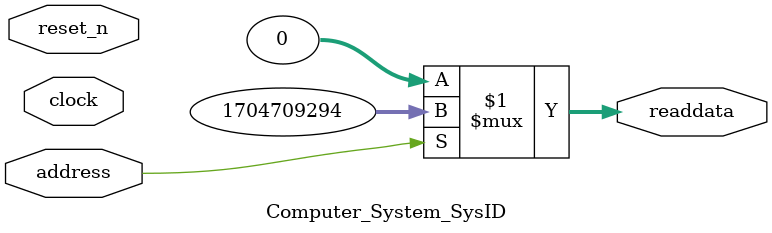
<source format=v>



// synthesis translate_off
`timescale 1ns / 1ps
// synthesis translate_on

// turn off superfluous verilog processor warnings 
// altera message_level Level1 
// altera message_off 10034 10035 10036 10037 10230 10240 10030 

module Computer_System_SysID (
               // inputs:
                address,
                clock,
                reset_n,

               // outputs:
                readdata
             )
;

  output  [ 31: 0] readdata;
  input            address;
  input            clock;
  input            reset_n;

  wire    [ 31: 0] readdata;
  //control_slave, which is an e_avalon_slave
  assign readdata = address ? 1704709294 : 0;

endmodule



</source>
